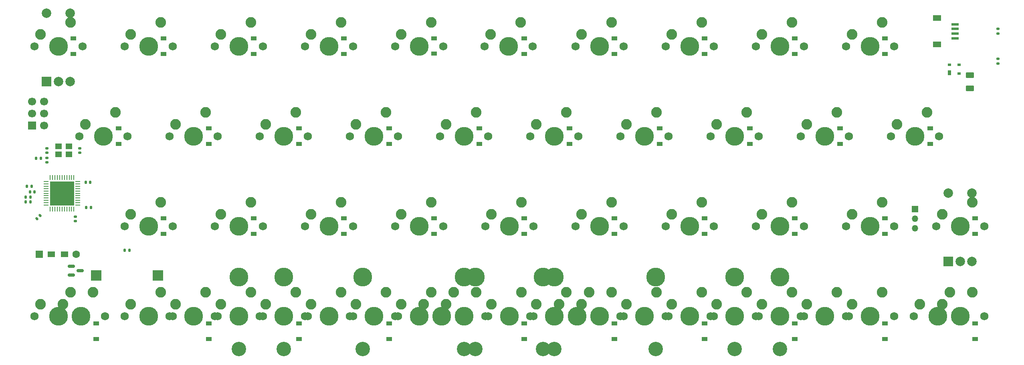
<source format=gbr>
%TF.GenerationSoftware,KiCad,Pcbnew,(6.0.7)*%
%TF.CreationDate,2023-01-04T12:42:10+01:00*%
%TF.ProjectId,Didaktik multilayout,44696461-6b74-4696-9b20-6d756c74696c,rev?*%
%TF.SameCoordinates,Original*%
%TF.FileFunction,Soldermask,Bot*%
%TF.FilePolarity,Negative*%
%FSLAX46Y46*%
G04 Gerber Fmt 4.6, Leading zero omitted, Abs format (unit mm)*
G04 Created by KiCad (PCBNEW (6.0.7)) date 2023-01-04 12:42:10*
%MOMM*%
%LPD*%
G01*
G04 APERTURE LIST*
G04 Aperture macros list*
%AMRoundRect*
0 Rectangle with rounded corners*
0 $1 Rounding radius*
0 $2 $3 $4 $5 $6 $7 $8 $9 X,Y pos of 4 corners*
0 Add a 4 corners polygon primitive as box body*
4,1,4,$2,$3,$4,$5,$6,$7,$8,$9,$2,$3,0*
0 Add four circle primitives for the rounded corners*
1,1,$1+$1,$2,$3*
1,1,$1+$1,$4,$5*
1,1,$1+$1,$6,$7*
1,1,$1+$1,$8,$9*
0 Add four rect primitives between the rounded corners*
20,1,$1+$1,$2,$3,$4,$5,0*
20,1,$1+$1,$4,$5,$6,$7,0*
20,1,$1+$1,$6,$7,$8,$9,0*
20,1,$1+$1,$8,$9,$2,$3,0*%
G04 Aperture macros list end*
%ADD10C,1.750000*%
%ADD11C,3.987800*%
%ADD12C,2.250000*%
%ADD13C,3.048000*%
%ADD14R,1.600000X1.200000*%
%ADD15R,1.600000X1.600000*%
%ADD16C,1.600000*%
%ADD17R,2.000000X2.000000*%
%ADD18C,2.000000*%
%ADD19R,1.200000X0.900000*%
%ADD20R,1.350000X1.350000*%
%ADD21O,1.350000X1.350000*%
%ADD22RoundRect,0.140000X0.170000X-0.140000X0.170000X0.140000X-0.170000X0.140000X-0.170000X-0.140000X0*%
%ADD23RoundRect,0.135000X-0.135000X-0.185000X0.135000X-0.185000X0.135000X0.185000X-0.135000X0.185000X0*%
%ADD24R,1.400000X1.200000*%
%ADD25RoundRect,0.062500X-0.475000X-0.062500X0.475000X-0.062500X0.475000X0.062500X-0.475000X0.062500X0*%
%ADD26RoundRect,0.062500X-0.062500X-0.475000X0.062500X-0.475000X0.062500X0.475000X-0.062500X0.475000X0*%
%ADD27R,5.200000X5.200000*%
%ADD28RoundRect,0.150000X-0.587500X-0.150000X0.587500X-0.150000X0.587500X0.150000X-0.587500X0.150000X0*%
%ADD29RoundRect,0.250000X-0.625000X0.375000X-0.625000X-0.375000X0.625000X-0.375000X0.625000X0.375000X0*%
%ADD30RoundRect,0.135000X0.135000X0.185000X-0.135000X0.185000X-0.135000X-0.185000X0.135000X-0.185000X0*%
%ADD31R,1.800000X1.200000*%
%ADD32R,1.550000X0.600000*%
%ADD33C,1.700000*%
%ADD34R,1.700000X1.700000*%
%ADD35RoundRect,0.140000X-0.170000X0.140000X-0.170000X-0.140000X0.170000X-0.140000X0.170000X0.140000X0*%
%ADD36R,2.300000X2.300000*%
%ADD37RoundRect,0.135000X0.185000X-0.135000X0.185000X0.135000X-0.185000X0.135000X-0.185000X-0.135000X0*%
%ADD38R,0.700000X1.000000*%
%ADD39R,0.700000X0.600000*%
%ADD40RoundRect,0.140000X-0.140000X-0.170000X0.140000X-0.170000X0.140000X0.170000X-0.140000X0.170000X0*%
%ADD41RoundRect,0.140000X0.140000X0.170000X-0.140000X0.170000X-0.140000X-0.170000X0.140000X-0.170000X0*%
%ADD42RoundRect,0.140000X-0.021213X0.219203X-0.219203X0.021213X0.021213X-0.219203X0.219203X-0.021213X0*%
G04 APERTURE END LIST*
D10*
%TO.C,SW33*%
X83820000Y-98425000D03*
X93980000Y-98425000D03*
D11*
X88900000Y-98425000D03*
D12*
X85090000Y-95885000D03*
X91440000Y-93345000D03*
%TD*%
D11*
%TO.C,SW15*%
X127000000Y-60325000D03*
D10*
X121920000Y-60325000D03*
X132080000Y-60325000D03*
D12*
X123190000Y-57785000D03*
X129540000Y-55245000D03*
%TD*%
D13*
%TO.C,SW36c1*%
X79375000Y-105410000D03*
X193675000Y-105410000D03*
D11*
X79375000Y-90170000D03*
D10*
X131445000Y-98425000D03*
D11*
X193675000Y-90170000D03*
X136525000Y-98425000D03*
D10*
X141605000Y-98425000D03*
D12*
X132715000Y-95885000D03*
X139065000Y-93345000D03*
%TD*%
D11*
%TO.C,SW7*%
X155575000Y-41275000D03*
D10*
X160655000Y-41275000D03*
X150495000Y-41275000D03*
D12*
X151765000Y-38735000D03*
X158115000Y-36195000D03*
%TD*%
D10*
%TO.C,SW27*%
X169545000Y-79375000D03*
X179705000Y-79375000D03*
D11*
X174625000Y-79375000D03*
D12*
X170815000Y-76835000D03*
X177165000Y-74295000D03*
%TD*%
D10*
%TO.C,SW34b1*%
X102870000Y-98425000D03*
D13*
X88900000Y-105410000D03*
D11*
X88900000Y-90170000D03*
X127000000Y-90170000D03*
X107950000Y-98425000D03*
D10*
X113030000Y-98425000D03*
D13*
X127000000Y-105410000D03*
D12*
X104140000Y-95885000D03*
X110490000Y-93345000D03*
%TD*%
D10*
%TO.C,SW14*%
X102870000Y-60325000D03*
D11*
X107950000Y-60325000D03*
D10*
X113030000Y-60325000D03*
D12*
X104140000Y-57785000D03*
X110490000Y-55245000D03*
%TD*%
D11*
%TO.C,SW33a1*%
X79375000Y-98425000D03*
D10*
X74295000Y-98425000D03*
X84455000Y-98425000D03*
D12*
X75565000Y-95885000D03*
X81915000Y-93345000D03*
%TD*%
D10*
%TO.C,SW9*%
X188595000Y-41275000D03*
X198755000Y-41275000D03*
D11*
X193675000Y-41275000D03*
D12*
X189865000Y-38735000D03*
X196215000Y-36195000D03*
%TD*%
D10*
%TO.C,SW29*%
X217805000Y-79375000D03*
X207645000Y-79375000D03*
D11*
X212725000Y-79375000D03*
D12*
X208915000Y-76835000D03*
X215265000Y-74295000D03*
%TD*%
D10*
%TO.C,SW8*%
X179705000Y-41275000D03*
X169545000Y-41275000D03*
D11*
X174625000Y-41275000D03*
D12*
X170815000Y-38735000D03*
X177165000Y-36195000D03*
%TD*%
D13*
%TO.C,SW35b1*%
X105568750Y-105410000D03*
D11*
X105568750Y-90170000D03*
X129381250Y-90170000D03*
X117475000Y-98425000D03*
D10*
X122555000Y-98425000D03*
D13*
X129381250Y-105410000D03*
D10*
X112395000Y-98425000D03*
D12*
X113665000Y-95885000D03*
X120015000Y-93345000D03*
%TD*%
D10*
%TO.C,SW2*%
X55245000Y-41275000D03*
D11*
X60325000Y-41275000D03*
D10*
X65405000Y-41275000D03*
D12*
X56515000Y-38735000D03*
X62865000Y-36195000D03*
%TD*%
D10*
%TO.C,SW34*%
X113030000Y-98425000D03*
X102870000Y-98425000D03*
D11*
X107950000Y-98425000D03*
D12*
X104140000Y-95885000D03*
X110490000Y-93345000D03*
%TD*%
D10*
%TO.C,SW24*%
X112395000Y-79375000D03*
X122555000Y-79375000D03*
D11*
X117475000Y-79375000D03*
D12*
X113665000Y-76835000D03*
X120015000Y-74295000D03*
%TD*%
D10*
%TO.C,SW31*%
X40957500Y-98425000D03*
D11*
X46037500Y-98425000D03*
D10*
X51117500Y-98425000D03*
D12*
X42227500Y-95885000D03*
X48577500Y-93345000D03*
%TD*%
D10*
%TO.C,SW37a1*%
X169545000Y-98425000D03*
X179705000Y-98425000D03*
D11*
X174625000Y-98425000D03*
D12*
X170815000Y-95885000D03*
X177165000Y-93345000D03*
%TD*%
D10*
%TO.C,SW20*%
X227330000Y-60325000D03*
X217170000Y-60325000D03*
D11*
X222250000Y-60325000D03*
D12*
X218440000Y-57785000D03*
X224790000Y-55245000D03*
%TD*%
D11*
%TO.C,SW5*%
X117475000Y-41275000D03*
D10*
X112395000Y-41275000D03*
X122555000Y-41275000D03*
D12*
X113665000Y-38735000D03*
X120015000Y-36195000D03*
%TD*%
D14*
%TO.C,R5*%
X39748000Y-85344000D03*
D15*
X37248000Y-85344000D03*
D16*
X45048000Y-85344000D03*
D14*
X42548000Y-85344000D03*
%TD*%
D10*
%TO.C,SW40a1*%
X226695000Y-98425000D03*
X236855000Y-98425000D03*
D11*
X231775000Y-98425000D03*
D12*
X227965000Y-95885000D03*
X234315000Y-93345000D03*
%TD*%
D10*
%TO.C,SW35*%
X132080000Y-98425000D03*
D11*
X127000000Y-98425000D03*
D10*
X121920000Y-98425000D03*
D12*
X123190000Y-95885000D03*
X129540000Y-93345000D03*
%TD*%
D10*
%TO.C,SW31a1*%
X36195000Y-98425000D03*
D11*
X41275000Y-98425000D03*
D10*
X46355000Y-98425000D03*
D12*
X37465000Y-95885000D03*
X43815000Y-93345000D03*
%TD*%
D10*
%TO.C,SW38*%
X189230000Y-98425000D03*
D11*
X184150000Y-98425000D03*
D10*
X179070000Y-98425000D03*
D12*
X180340000Y-95885000D03*
X186690000Y-93345000D03*
%TD*%
D11*
%TO.C,SW12*%
X69850000Y-60325000D03*
D10*
X74930000Y-60325000D03*
X64770000Y-60325000D03*
D12*
X66040000Y-57785000D03*
X72390000Y-55245000D03*
%TD*%
D10*
%TO.C,SW22*%
X84455000Y-79375000D03*
X74295000Y-79375000D03*
D11*
X79375000Y-79375000D03*
D12*
X75565000Y-76835000D03*
X81915000Y-74295000D03*
%TD*%
D11*
%TO.C,SW36a1*%
X150812500Y-98425000D03*
D10*
X155892500Y-98425000D03*
X145732500Y-98425000D03*
D12*
X147002500Y-95885000D03*
X153352500Y-93345000D03*
%TD*%
D13*
%TO.C,SW36b1*%
X143668750Y-105410000D03*
D11*
X167481250Y-90170000D03*
X155575000Y-98425000D03*
X143668750Y-90170000D03*
D13*
X167481250Y-105410000D03*
D10*
X150495000Y-98425000D03*
X160655000Y-98425000D03*
D12*
X151765000Y-95885000D03*
X158115000Y-93345000D03*
%TD*%
D11*
%TO.C,SW10*%
X212725000Y-41275000D03*
D10*
X217805000Y-41275000D03*
X207645000Y-41275000D03*
D12*
X208915000Y-38735000D03*
X215265000Y-36195000D03*
%TD*%
D13*
%TO.C,SW35c1*%
X184150000Y-105410000D03*
D11*
X88900000Y-90170000D03*
D13*
X88900000Y-105410000D03*
D11*
X136525000Y-98425000D03*
D10*
X141605000Y-98425000D03*
X131445000Y-98425000D03*
D11*
X184150000Y-90170000D03*
D12*
X132715000Y-95885000D03*
X139065000Y-93345000D03*
%TD*%
D11*
%TO.C,SW6*%
X136398000Y-41275000D03*
D10*
X131318000Y-41275000D03*
X141478000Y-41275000D03*
D12*
X132588000Y-38735000D03*
X138938000Y-36195000D03*
%TD*%
D10*
%TO.C,SW19*%
X198120000Y-60325000D03*
X208280000Y-60325000D03*
D11*
X203200000Y-60325000D03*
D12*
X199390000Y-57785000D03*
X205740000Y-55245000D03*
%TD*%
D10*
%TO.C,SW3*%
X74295000Y-41275000D03*
X84455000Y-41275000D03*
D11*
X79375000Y-41275000D03*
D12*
X75565000Y-38735000D03*
X81915000Y-36195000D03*
%TD*%
D10*
%TO.C,SW17*%
X160020000Y-60325000D03*
D11*
X165100000Y-60325000D03*
D10*
X170180000Y-60325000D03*
D12*
X161290000Y-57785000D03*
X167640000Y-55245000D03*
%TD*%
D10*
%TO.C,SW39*%
X208280000Y-98425000D03*
X198120000Y-98425000D03*
D11*
X203200000Y-98425000D03*
D12*
X199390000Y-95885000D03*
X205740000Y-93345000D03*
%TD*%
D11*
%TO.C,SW11*%
X50800000Y-60325000D03*
D10*
X45720000Y-60325000D03*
X55880000Y-60325000D03*
D12*
X46990000Y-57785000D03*
X53340000Y-55245000D03*
%TD*%
D11*
%TO.C,SW21*%
X60325000Y-79375000D03*
D10*
X65405000Y-79375000D03*
X55245000Y-79375000D03*
D12*
X56515000Y-76835000D03*
X62865000Y-74295000D03*
%TD*%
D11*
%TO.C,SW16*%
X146050000Y-60325000D03*
D10*
X151130000Y-60325000D03*
X140970000Y-60325000D03*
D12*
X142240000Y-57785000D03*
X148590000Y-55245000D03*
%TD*%
D10*
%TO.C,SW18*%
X179070000Y-60325000D03*
D11*
X184150000Y-60325000D03*
D10*
X189230000Y-60325000D03*
D12*
X180340000Y-57785000D03*
X186690000Y-55245000D03*
%TD*%
D17*
%TO.C,SW42*%
X229275000Y-86875000D03*
D18*
X234275000Y-86875000D03*
X231775000Y-86875000D03*
X234275000Y-72375000D03*
X229275000Y-72375000D03*
%TD*%
D11*
%TO.C,SW32a1*%
X60325000Y-98425000D03*
D10*
X65405000Y-98425000D03*
X55245000Y-98425000D03*
D12*
X56515000Y-95885000D03*
X62865000Y-93345000D03*
%TD*%
D13*
%TO.C,SW37b1*%
X184150000Y-105410000D03*
D11*
X146050000Y-90170000D03*
D10*
X160020000Y-98425000D03*
X170180000Y-98425000D03*
D11*
X165100000Y-98425000D03*
X184150000Y-90170000D03*
D13*
X146050000Y-105410000D03*
D12*
X161290000Y-95885000D03*
X167640000Y-93345000D03*
%TD*%
D10*
%TO.C,SW34a1*%
X93345000Y-98425000D03*
X103505000Y-98425000D03*
D11*
X98425000Y-98425000D03*
D12*
X94615000Y-95885000D03*
X100965000Y-93345000D03*
%TD*%
D11*
%TO.C,SW36*%
X146050000Y-98425000D03*
D10*
X140970000Y-98425000D03*
X151130000Y-98425000D03*
D12*
X142240000Y-95885000D03*
X148590000Y-93345000D03*
%TD*%
D11*
%TO.C,SW28*%
X193675000Y-79375000D03*
D10*
X188595000Y-79375000D03*
X198755000Y-79375000D03*
D12*
X189865000Y-76835000D03*
X196215000Y-74295000D03*
%TD*%
D11*
%TO.C,SW1*%
X41275000Y-41275000D03*
D10*
X36195000Y-41275000D03*
X46355000Y-41275000D03*
D12*
X37465000Y-38735000D03*
X43815000Y-36195000D03*
%TD*%
D10*
%TO.C,SW40*%
X232092500Y-98425000D03*
D11*
X227012500Y-98425000D03*
D10*
X221932500Y-98425000D03*
D12*
X223202500Y-95885000D03*
X229552500Y-93345000D03*
%TD*%
D11*
%TO.C,SW39a1*%
X212725000Y-98425000D03*
D10*
X207645000Y-98425000D03*
X217805000Y-98425000D03*
D12*
X208915000Y-95885000D03*
X215265000Y-93345000D03*
%TD*%
D10*
%TO.C,SW37*%
X170180000Y-98425000D03*
D11*
X165100000Y-98425000D03*
D10*
X160020000Y-98425000D03*
D12*
X161290000Y-95885000D03*
X167640000Y-93345000D03*
%TD*%
D11*
%TO.C,SW4*%
X98425000Y-41275000D03*
D10*
X93345000Y-41275000D03*
X103505000Y-41275000D03*
D12*
X94615000Y-38735000D03*
X100965000Y-36195000D03*
%TD*%
D10*
%TO.C,SW35a1*%
X117157500Y-98425000D03*
X127317500Y-98425000D03*
D11*
X122237500Y-98425000D03*
D12*
X118427500Y-95885000D03*
X124777500Y-93345000D03*
%TD*%
D10*
%TO.C,SW32*%
X74930000Y-98425000D03*
X64770000Y-98425000D03*
D11*
X69850000Y-98425000D03*
D12*
X66040000Y-95885000D03*
X72390000Y-93345000D03*
%TD*%
D10*
%TO.C,SW26*%
X160655000Y-79375000D03*
D11*
X155575000Y-79375000D03*
D10*
X150495000Y-79375000D03*
D12*
X151765000Y-76835000D03*
X158115000Y-74295000D03*
%TD*%
D11*
%TO.C,SW30*%
X231775000Y-79375000D03*
D10*
X226695000Y-79375000D03*
X236855000Y-79375000D03*
D12*
X227965000Y-76835000D03*
X234315000Y-74295000D03*
%TD*%
D11*
%TO.C,SW38a1*%
X193675000Y-98425000D03*
D10*
X198755000Y-98425000D03*
X188595000Y-98425000D03*
D12*
X189865000Y-95885000D03*
X196215000Y-93345000D03*
%TD*%
D11*
%TO.C,SW13*%
X88900000Y-60325000D03*
D10*
X83820000Y-60325000D03*
X93980000Y-60325000D03*
D12*
X85090000Y-57785000D03*
X91440000Y-55245000D03*
%TD*%
D17*
%TO.C,SW41*%
X38775000Y-48775000D03*
D18*
X43775000Y-48775000D03*
X41275000Y-48775000D03*
X43775000Y-34275000D03*
X38775000Y-34275000D03*
%TD*%
D10*
%TO.C,SW25*%
X131445000Y-79375000D03*
D11*
X136525000Y-79375000D03*
D10*
X141605000Y-79375000D03*
D12*
X132715000Y-76835000D03*
X139065000Y-74295000D03*
%TD*%
D11*
%TO.C,SW23*%
X98425000Y-79375000D03*
D10*
X103505000Y-79375000D03*
X93345000Y-79375000D03*
D12*
X94615000Y-76835000D03*
X100965000Y-74295000D03*
%TD*%
D19*
%TO.C,D29*%
X177800000Y-103250000D03*
X177800000Y-99950000D03*
%TD*%
D20*
%TO.C,J3*%
X222250000Y-75787500D03*
D21*
X222250000Y-77787500D03*
X222250000Y-79787500D03*
%TD*%
D19*
%TO.C,D6*%
X73025000Y-61975000D03*
X73025000Y-58675000D03*
%TD*%
D22*
%TO.C,C1*%
X38798500Y-65885000D03*
X38798500Y-64925000D03*
%TD*%
D19*
%TO.C,D14*%
X111125000Y-61975000D03*
X111125000Y-58675000D03*
%TD*%
%TO.C,D40*%
X234950000Y-81025000D03*
X234950000Y-77725000D03*
%TD*%
%TO.C,D8*%
X73025000Y-103250000D03*
X73025000Y-99950000D03*
%TD*%
%TO.C,D3*%
X63500000Y-81025000D03*
X63500000Y-77725000D03*
%TD*%
%TO.C,D36*%
X215900000Y-81025000D03*
X215900000Y-77725000D03*
%TD*%
%TO.C,D32*%
X196850000Y-81025000D03*
X196850000Y-77725000D03*
%TD*%
D22*
%TO.C,C4*%
X38798500Y-63817250D03*
X38798500Y-62857250D03*
%TD*%
D19*
%TO.C,D1*%
X44450000Y-42925000D03*
X44450000Y-39625000D03*
%TD*%
D23*
%TO.C,R4*%
X47115000Y-75438000D03*
X48135000Y-75438000D03*
%TD*%
D24*
%TO.C,Y1*%
X43454500Y-64187250D03*
X41254500Y-64187250D03*
X41254500Y-62487250D03*
X43454500Y-62487250D03*
%TD*%
D19*
%TO.C,D15*%
X120650000Y-81025000D03*
X120650000Y-77725000D03*
%TD*%
D25*
%TO.C,U1*%
X38699500Y-74917750D03*
X38699500Y-74417750D03*
X38699500Y-73917750D03*
X38699500Y-73417750D03*
X38699500Y-72917750D03*
X38699500Y-72417750D03*
X38699500Y-71917750D03*
X38699500Y-71417750D03*
X38699500Y-70917750D03*
X38699500Y-70417750D03*
X38699500Y-69917750D03*
D26*
X39537000Y-69080250D03*
X40037000Y-69080250D03*
X40537000Y-69080250D03*
X41037000Y-69080250D03*
X41537000Y-69080250D03*
X42037000Y-69080250D03*
X42537000Y-69080250D03*
X43037000Y-69080250D03*
X43537000Y-69080250D03*
X44037000Y-69080250D03*
X44537000Y-69080250D03*
D25*
X45374500Y-69917750D03*
X45374500Y-70417750D03*
X45374500Y-70917750D03*
X45374500Y-71417750D03*
X45374500Y-71917750D03*
X45374500Y-72417750D03*
X45374500Y-72917750D03*
X45374500Y-73417750D03*
X45374500Y-73917750D03*
X45374500Y-74417750D03*
X45374500Y-74917750D03*
D26*
X44537000Y-75755250D03*
X44037000Y-75755250D03*
X43537000Y-75755250D03*
X43037000Y-75755250D03*
X42537000Y-75755250D03*
X42037000Y-75755250D03*
X41537000Y-75755250D03*
X41037000Y-75755250D03*
X40537000Y-75755250D03*
X40037000Y-75755250D03*
X39537000Y-75755250D03*
D27*
X42037000Y-72417750D03*
%TD*%
D28*
%TO.C,Q1*%
X44020500Y-89723000D03*
X44020500Y-87823000D03*
X45895500Y-88773000D03*
%TD*%
D19*
%TO.C,D34*%
X196850000Y-42925000D03*
X196850000Y-39625000D03*
%TD*%
%TO.C,D23*%
X158750000Y-81025000D03*
X158750000Y-77725000D03*
%TD*%
%TO.C,D21*%
X139700000Y-42925000D03*
X139700000Y-39625000D03*
%TD*%
%TO.C,D39*%
X225425000Y-61975000D03*
X225425000Y-58675000D03*
%TD*%
%TO.C,D30*%
X177800000Y-42925000D03*
X177800000Y-39625000D03*
%TD*%
%TO.C,D41*%
X234950000Y-103250000D03*
X234950000Y-99950000D03*
%TD*%
%TO.C,D20*%
X139700000Y-103250000D03*
X139700000Y-99950000D03*
%TD*%
%TO.C,D24*%
X158750000Y-103250000D03*
X158750000Y-99950000D03*
%TD*%
D29*
%TO.C,F1*%
X233807000Y-47368000D03*
X233807000Y-50168000D03*
%TD*%
D19*
%TO.C,D26*%
X158750000Y-42925000D03*
X158750000Y-39625000D03*
%TD*%
D30*
%TO.C,R6*%
X56263000Y-84505577D03*
X55243000Y-84505577D03*
%TD*%
D19*
%TO.C,D22*%
X149225000Y-61975000D03*
X149225000Y-58675000D03*
%TD*%
D31*
%TO.C,J1*%
X226850000Y-35300000D03*
X226850000Y-40900000D03*
D32*
X230725000Y-39600000D03*
X230725000Y-38600000D03*
X230725000Y-37600000D03*
X230725000Y-36600000D03*
%TD*%
D19*
%TO.C,D13*%
X101600000Y-42925000D03*
X101600000Y-39625000D03*
%TD*%
D33*
%TO.C,J2*%
X38227000Y-52959000D03*
X35687000Y-52959000D03*
X38227000Y-55499000D03*
X35687000Y-55499000D03*
X38227000Y-58039000D03*
D34*
X35687000Y-58039000D03*
%TD*%
D35*
%TO.C,C3*%
X45783500Y-62857250D03*
X45783500Y-63817250D03*
%TD*%
D19*
%TO.C,D7*%
X82550000Y-81025000D03*
X82550000Y-77725000D03*
%TD*%
%TO.C,D4*%
X49212500Y-103250000D03*
X49212500Y-99950000D03*
%TD*%
D23*
%TO.C,R2*%
X34351500Y-73243250D03*
X35371500Y-73243250D03*
%TD*%
D19*
%TO.C,D38*%
X215900000Y-42925000D03*
X215900000Y-39625000D03*
%TD*%
D23*
%TO.C,R3*%
X36574000Y-65024000D03*
X37594000Y-65024000D03*
%TD*%
D19*
%TO.C,D31*%
X187325000Y-61975000D03*
X187325000Y-58675000D03*
%TD*%
%TO.C,D2*%
X53975000Y-61975000D03*
X53975000Y-58675000D03*
%TD*%
D36*
%TO.C,LS1*%
X62253000Y-89789000D03*
X49253000Y-89789000D03*
%TD*%
D19*
%TO.C,D9*%
X82550000Y-42925000D03*
X82550000Y-39625000D03*
%TD*%
%TO.C,D12*%
X92075000Y-103250000D03*
X92075000Y-99950000D03*
%TD*%
%TO.C,D35*%
X206375000Y-61975000D03*
X206375000Y-58675000D03*
%TD*%
D37*
%TO.C,R9*%
X239769074Y-38610000D03*
X239769074Y-37590000D03*
%TD*%
D19*
%TO.C,D33*%
X196850000Y-103250000D03*
X196850000Y-99950000D03*
%TD*%
%TO.C,D17*%
X120650000Y-42862500D03*
X120650000Y-39562500D03*
%TD*%
%TO.C,D27*%
X168275000Y-61975000D03*
X168275000Y-58675000D03*
%TD*%
D38*
%TO.C,D25*%
X229505000Y-46851000D03*
D39*
X229505000Y-45151000D03*
X231505000Y-45151000D03*
X231505000Y-47051000D03*
%TD*%
D19*
%TO.C,D16*%
X111125000Y-103250000D03*
X111125000Y-99950000D03*
%TD*%
%TO.C,D28*%
X177800000Y-81025000D03*
X177800000Y-77725000D03*
%TD*%
%TO.C,D18*%
X130175000Y-61975000D03*
X130175000Y-58675000D03*
%TD*%
D37*
%TO.C,R8*%
X239712500Y-44960000D03*
X239712500Y-43940000D03*
%TD*%
D19*
%TO.C,D5*%
X63500000Y-42925000D03*
X63500000Y-39625000D03*
%TD*%
%TO.C,D19*%
X139700000Y-81025000D03*
X139700000Y-77725000D03*
%TD*%
D40*
%TO.C,C5*%
X47018000Y-70104000D03*
X47978000Y-70104000D03*
%TD*%
D19*
%TO.C,D10*%
X92075000Y-61975000D03*
X92075000Y-58675000D03*
%TD*%
D23*
%TO.C,R1*%
X34351500Y-74259250D03*
X35371500Y-74259250D03*
%TD*%
D35*
%TO.C,C7*%
X44831000Y-77371000D03*
X44831000Y-78331000D03*
%TD*%
D41*
%TO.C,C6*%
X36230500Y-72100250D03*
X35270500Y-72100250D03*
%TD*%
D19*
%TO.C,D37*%
X215900000Y-103250000D03*
X215900000Y-99950000D03*
%TD*%
D42*
%TO.C,C2*%
X37359911Y-77094839D03*
X36681089Y-77773661D03*
%TD*%
D41*
%TO.C,C8*%
X35595500Y-70957250D03*
X34635500Y-70957250D03*
%TD*%
D19*
%TO.C,D11*%
X101600000Y-81025000D03*
X101600000Y-77725000D03*
%TD*%
M02*

</source>
